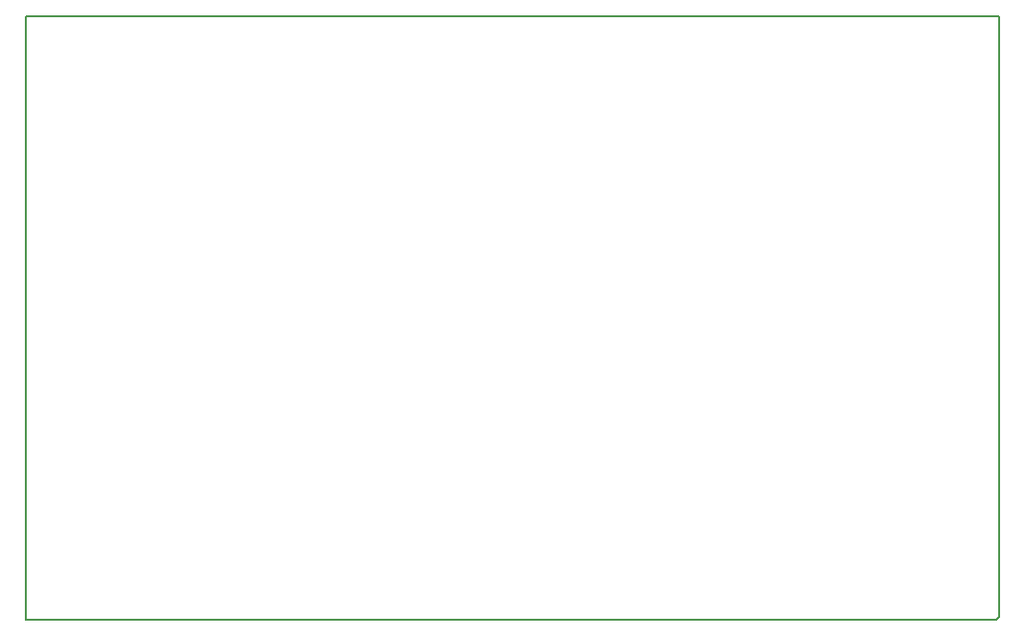
<source format=gko>
G04*
G04 #@! TF.GenerationSoftware,Altium Limited,Altium Designer,20.1.11 (218)*
G04*
G04 Layer_Color=16711935*
%FSLAX25Y25*%
%MOIN*%
G70*
G04*
G04 #@! TF.SameCoordinates,2A16CBDB-C64F-4E12-ACEB-A9EF2D748E26*
G04*
G04*
G04 #@! TF.FilePolarity,Positive*
G04*
G01*
G75*
%ADD14C,0.00700*%
D14*
X438500Y96000D02*
Y305500D01*
X437500Y95000D02*
X438500Y96000D01*
X99500Y95000D02*
X437500D01*
X99500D02*
Y305500D01*
X438500D01*
M02*

</source>
